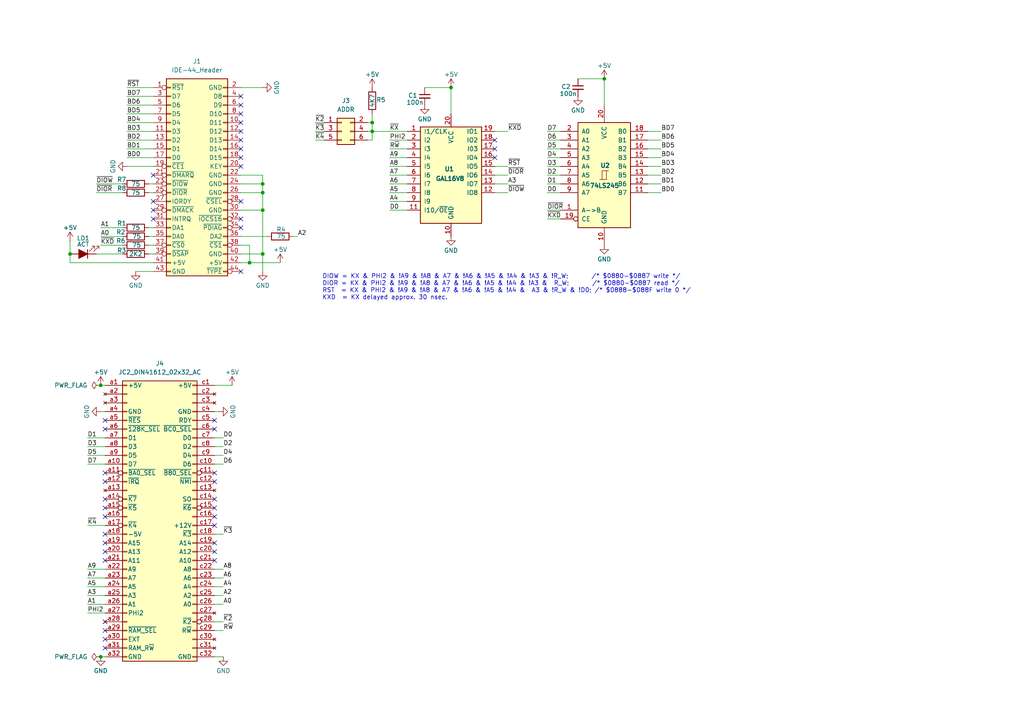
<source format=kicad_sch>
(kicad_sch (version 20231120) (generator "eeschema") (generator_version "8.0")
  (paper "A4")
  (title_block (title "Compact-Flash IDE Interface for JC2") (date "2025-02-21") (rev "01") (company "Emile"))
  (lib_symbols
    (symbol "74xx:74LS245" (pin_names (offset 1.016))
      (property "Reference" "U" (at -7.62 16.51 0))
      (property "Value" "74LS245" (at -7.62 -16.51 0))
      (symbol "74LS245_1_0"
        (polyline (pts (xy -0.635 -1.27) (xy -0.635 1.27) (xy 0.635 1.27)))
        (polyline (pts (xy -1.27 -1.27) (xy 0.635 -1.27) (xy 0.635 1.27) (xy 1.27 1.27)))
        (pin input line (at -12.7 -10.16 0) (length 5.08) (name "A->B") (number "1"))
        (pin power_in line (at 0 -20.32 90) (length 5.08) (name "GND") (number "10"))
        (pin tri_state line (at 12.7 -5.08 180) (length 5.08) (name "B7") (number "11"))
        (pin tri_state line (at 12.7 -2.54 180) (length 5.08) (name "B6") (number "12"))
        (pin tri_state line (at 12.7 0 180) (length 5.08) (name "B5") (number "13"))
        (pin tri_state line (at 12.7 2.54 180) (length 5.08) (name "B4") (number "14"))
        (pin tri_state line (at 12.7 5.08 180) (length 5.08) (name "B3") (number "15"))
        (pin tri_state line (at 12.7 7.62 180) (length 5.08) (name "B2") (number "16"))
        (pin tri_state line (at 12.7 10.16 180) (length 5.08) (name "B1") (number "17"))
        (pin tri_state line (at 12.7 12.7 180) (length 5.08) (name "B0") (number "18"))
        (pin input inverted (at -12.7 -12.7 0) (length 5.08) (name "CE") (number "19"))
        (pin tri_state line (at -12.7 12.7 0) (length 5.08) (name "A0") (number "2"))
        (pin power_in line (at 0 20.32 270) (length 5.08) (name "VCC") (number "20"))
        (pin tri_state line (at -12.7 10.16 0) (length 5.08) (name "A1") (number "3"))
        (pin tri_state line (at -12.7 7.62 0) (length 5.08) (name "A2") (number "4"))
        (pin tri_state line (at -12.7 5.08 0) (length 5.08) (name "A3") (number "5"))
        (pin tri_state line (at -12.7 2.54 0) (length 5.08) (name "A4") (number "6"))
        (pin tri_state line (at -12.7 0 0) (length 5.08) (name "A5") (number "7"))
        (pin tri_state line (at -12.7 -2.54 0) (length 5.08) (name "A6") (number "8"))
        (pin tri_state line (at -12.7 -5.08 0) (length 5.08) (name "A7") (number "9"))
      )
      (symbol "74LS245_1_1"
        (rectangle (start -7.62 15.24) (end 7.62 -15.24) (stroke (width 0.254)) (fill (type background)))
      )
    )
    (symbol "Connector_Generic:Conn_02x03_Odd_Even" (pin_names (offset 1.016) hide)
      (property "Reference" "J" (at 1.27 5.08 0))
      (property "Value" "Conn_02x03_Odd_Even" (at 1.27 -5.08 0))
      (symbol "Conn_02x03_Odd_Even_1_1"
        (rectangle (start -1.27 -2.413) (end 0 -2.667) (stroke (width 0.1524)))
        (rectangle (start -1.27 0.127) (end 0 -0.127) (stroke (width 0.1524)))
        (rectangle (start -1.27 2.667) (end 0 2.413) (stroke (width 0.1524)))
        (rectangle (start -1.27 3.81) (end 3.81 -3.81) (stroke (width 0.254)) (fill (type background)))
        (rectangle (start 3.81 -2.413) (end 2.54 -2.667) (stroke (width 0.1524)))
        (rectangle (start 3.81 0.127) (end 2.54 -0.127) (stroke (width 0.1524)))
        (rectangle (start 3.81 2.667) (end 2.54 2.413) (stroke (width 0.1524)))
        (pin passive line (at -5.08 2.54 0) (length 3.81) (name "Pin_1") (number "1"))
        (pin passive line (at 7.62 2.54 180) (length 3.81) (name "Pin_2") (number "2"))
        (pin passive line (at -5.08 0 0) (length 3.81) (name "Pin_3") (number "3"))
        (pin passive line (at 7.62 0 180) (length 3.81) (name "Pin_4") (number "4"))
        (pin passive line (at -5.08 -2.54 0) (length 3.81) (name "Pin_5") (number "5"))
        (pin passive line (at 7.62 -2.54 180) (length 3.81) (name "Pin_6") (number "6"))
      )
    )
    (symbol "Device:C_Small" (pin_numbers hide) (pin_names (offset 0.254) hide)
      (property "Reference" "C" (at 0.254 1.778 0))
      (property "Value" "C_Small" (at 0.254 -2.032 0))
      (symbol "C_Small_0_1"
        (polyline (pts (xy -1.524 -0.508) (xy 1.524 -0.508)) (stroke (width 0.3302)))
        (polyline (pts (xy -1.524 0.508) (xy 1.524 0.508)) (stroke (width 0.3048)))
      )
      (symbol "C_Small_1_1"
        (pin passive line (at 0 2.54 270) (length 2.032) (name "~") (number "1"))
        (pin passive line (at 0 -2.54 90) (length 2.032) (name "~") (number "2"))
      )
    )
    (symbol "Device:LED_Filled" (pin_numbers hide) (pin_names (offset 1.016) hide)
      (property "Reference" "D" (at 0 2.54 0))
      (property "Value" "LED_Filled" (at 0 -2.54 0))
      (symbol "LED_Filled_0_1"
        (polyline (pts (xy -1.27 -1.27) (xy -1.27 1.27)) (stroke (width 0.254)))
        (polyline (pts (xy -1.27 0) (xy 1.27 0)))
        (polyline (pts (xy 1.27 -1.27) (xy 1.27 1.27) (xy -1.27 0) (xy 1.27 -1.27)) (stroke (width 0.254)) (fill (type outline)))
        (polyline (pts (xy -3.048 -0.762) (xy -4.572 -2.286) (xy -3.81 -2.286) (xy -4.572 -2.286) (xy -4.572 -1.524)))
        (polyline (pts (xy -1.778 -0.762) (xy -3.302 -2.286) (xy -2.54 -2.286) (xy -3.302 -2.286) (xy -3.302 -1.524)))
      )
      (symbol "LED_Filled_1_1"
        (pin passive line (at -3.81 0 0) (length 2.54) (name "K") (number "1"))
        (pin passive line (at 3.81 0 180) (length 2.54) (name "A") (number "2"))
      )
    )
    (symbol "Device:R" (pin_numbers hide) (pin_names (offset 0))
      (property "Reference" "R" (at 2.032 0 90))
      (property "Value" "R" (at 0 0 90))
      (symbol "R_0_1"
        (rectangle (start -1.016 -2.54) (end 1.016 2.54) (stroke (width 0.254)))
      )
      (symbol "R_1_1"
        (pin passive line (at 0 3.81 270) (length 1.27) (name "~") (number "1"))
        (pin passive line (at 0 -3.81 90) (length 1.27) (name "~") (number "2"))
      )
    )
    (symbol "Emile_Custom:IDE-44_Header" (pin_names (offset 1.524))
      (property "Reference" "J" (at -0.762 31.75 0))
      (property "Value" "IDE-44_Header" (at 0.254 -27.94 0))
      (symbol "IDE-44_Header_1_1"
        (rectangle (start -8.89 -25.273) (end -7.62 -25.527) (stroke (width 0.1524)))
        (rectangle (start -8.89 -22.733) (end -7.62 -22.987) (stroke (width 0.1524)))
        (rectangle (start -8.89 -20.193) (end -7.62 -20.447) (stroke (width 0.1524)))
        (rectangle (start -8.89 -17.653) (end -7.62 -17.907) (stroke (width 0.1524)))
        (rectangle (start -8.89 -15.113) (end -7.62 -15.367) (stroke (width 0.1524)))
        (rectangle (start -8.89 -12.573) (end -7.62 -12.827) (stroke (width 0.1524)))
        (rectangle (start -8.89 -10.033) (end -7.62 -10.287) (stroke (width 0.1524)))
        (rectangle (start -8.89 -7.493) (end -7.62 -7.747) (stroke (width 0.1524)))
        (rectangle (start -8.89 -4.953) (end -7.62 -5.207) (stroke (width 0.1524)))
        (rectangle (start -8.89 -2.413) (end -7.62 -2.667) (stroke (width 0.1524)))
        (rectangle (start -8.89 0.127) (end -7.62 -0.127) (stroke (width 0.1524)))
        (rectangle (start -8.89 2.667) (end -7.62 2.413) (stroke (width 0.1524)))
        (rectangle (start -8.89 5.207) (end -7.62 4.953) (stroke (width 0.1524)))
        (rectangle (start -8.89 7.747) (end -7.62 7.493) (stroke (width 0.1524)))
        (rectangle (start -8.89 10.287) (end -7.62 10.033) (stroke (width 0.1524)))
        (rectangle (start -8.89 12.827) (end -7.62 12.573) (stroke (width 0.1524)))
        (rectangle (start -8.89 15.367) (end -7.62 15.113) (stroke (width 0.1524)))
        (rectangle (start -8.89 17.907) (end -7.62 17.653) (stroke (width 0.1524)))
        (rectangle (start -8.89 20.447) (end -7.62 20.193) (stroke (width 0.1524)))
        (rectangle (start -8.89 22.987) (end -7.62 22.733) (stroke (width 0.1524)))
        (rectangle (start -8.89 25.527) (end -7.62 25.273) (stroke (width 0.1524)))
        (rectangle (start -8.89 28.067) (end -7.62 27.813) (stroke (width 0.1524)))
        (rectangle (start -8.89 30.48) (end 8.89 -26.67) (stroke (width 0.254)) (fill (type background)))
        (rectangle (start 8.89 -25.273) (end 7.62 -25.527) (stroke (width 0.1524)))
        (rectangle (start 8.89 -22.733) (end 7.62 -22.987) (stroke (width 0.1524)))
        (rectangle (start 8.89 -20.193) (end 7.62 -20.447) (stroke (width 0.1524)))
        (rectangle (start 8.89 -17.653) (end 7.62 -17.907) (stroke (width 0.1524)))
        (rectangle (start 8.89 -15.113) (end 7.62 -15.367) (stroke (width 0.1524)))
        (rectangle (start 8.89 -12.573) (end 7.62 -12.827) (stroke (width 0.1524)))
        (rectangle (start 8.89 -10.033) (end 7.62 -10.287) (stroke (width 0.1524)))
        (rectangle (start 8.89 -7.493) (end 7.62 -7.747) (stroke (width 0.1524)))
        (rectangle (start 8.89 -4.953) (end 7.62 -5.207) (stroke (width 0.1524)))
        (rectangle (start 8.89 -2.413) (end 7.62 -2.667) (stroke (width 0.1524)))
        (rectangle (start 8.89 0.127) (end 7.62 -0.127) (stroke (width 0.1524)))
        (rectangle (start 8.89 2.667) (end 7.62 2.413) (stroke (width 0.1524)))
        (rectangle (start 8.89 5.207) (end 7.62 4.953) (stroke (width 0.1524)))
        (rectangle (start 8.89 7.747) (end 7.62 7.493) (stroke (width 0.1524)))
        (rectangle (start 8.89 10.287) (end 7.62 10.033) (stroke (width 0.1524)))
        (rectangle (start 8.89 12.827) (end 7.62 12.573) (stroke (width 0.1524)))
        (rectangle (start 8.89 15.367) (end 7.62 15.113) (stroke (width 0.1524)))
        (rectangle (start 8.89 17.907) (end 7.62 17.653) (stroke (width 0.1524)))
        (rectangle (start 8.89 20.447) (end 7.62 20.193) (stroke (width 0.1524)))
        (rectangle (start 8.89 22.987) (end 7.62 22.733) (stroke (width 0.1524)))
        (rectangle (start 8.89 25.527) (end 7.62 25.273) (stroke (width 0.1524)))
        (rectangle (start 8.89 28.067) (end 7.62 27.813) (stroke (width 0.1524)))
        (pin passive inverted (at -12.7 27.94 0) (length 3.81) (name "~{RST}") (number "1"))
        (pin passive line (at 12.7 17.78 180) (length 3.81) (name "D11") (number "10"))
        (pin passive line (at -12.7 15.24 0) (length 3.81) (name "D3") (number "11"))
        (pin passive line (at 12.7 15.24 180) (length 3.81) (name "D12") (number "12"))
        (pin passive line (at -12.7 12.7 0) (length 3.81) (name "D2") (number "13"))
        (pin passive line (at 12.7 12.7 180) (length 3.81) (name "D13") (number "14"))
        (pin passive line (at -12.7 10.16 0) (length 3.81) (name "D1") (number "15"))
        (pin passive line (at 12.7 10.16 180) (length 3.81) (name "D14") (number "16"))
        (pin passive line (at -12.7 7.62 0) (length 3.81) (name "D0") (number "17"))
        (pin passive line (at 12.7 7.62 180) (length 3.81) (name "D15") (number "18"))
        (pin passive inverted (at -12.7 5.08 0) (length 3.81) (name "~{CE1}") (number "19"))
        (pin passive line (at 12.7 27.94 180) (length 3.81) (name "GND") (number "2"))
        (pin passive line (at 12.7 5.08 180) (length 3.81) (name "KEY") (number "20"))
        (pin passive inverted (at -12.7 2.54 0) (length 3.81) (name "~{DMARQ}") (number "21"))
        (pin passive line (at 12.7 2.54 180) (length 3.81) (name "GND") (number "22"))
        (pin passive inverted (at -12.7 0 0) (length 3.81) (name "~{DIOW}") (number "23"))
        (pin passive line (at 12.7 0 180) (length 3.81) (name "GND") (number "24"))
        (pin passive inverted (at -12.7 -2.54 0) (length 3.81) (name "~{DIOR}") (number "25"))
        (pin passive line (at 12.7 -2.54 180) (length 3.81) (name "GND") (number "26"))
        (pin passive line (at -12.7 -5.08 0) (length 3.81) (name "IORDY") (number "27"))
        (pin passive inverted (at 12.7 -5.08 180) (length 3.81) (name "~{CSEL}") (number "28"))
        (pin passive inverted (at -12.7 -7.62 0) (length 3.81) (name "~{DMACK}") (number "29"))
        (pin passive line (at -12.7 25.4 0) (length 3.81) (name "D7") (number "3"))
        (pin passive line (at 12.7 -7.62 180) (length 3.81) (name "GND") (number "30"))
        (pin passive line (at -12.7 -10.16 0) (length 3.81) (name "INTRQ") (number "31"))
        (pin passive inverted (at 12.7 -10.16 180) (length 3.81) (name "~{IOCS16}") (number "32"))
        (pin passive line (at -12.7 -12.7 0) (length 3.81) (name "DA1") (number "33"))
        (pin passive inverted (at 12.7 -12.7 180) (length 3.81) (name "~{PDIAG}") (number "34"))
        (pin passive line (at -12.7 -15.24 0) (length 3.81) (name "DA0") (number "35"))
        (pin passive line (at 12.7 -15.24 180) (length 3.81) (name "DA2") (number "36"))
        (pin passive inverted (at -12.7 -17.78 0) (length 3.81) (name "~{CS0}") (number "37"))
        (pin passive inverted (at 12.7 -17.78 180) (length 3.81) (name "~{CS1}") (number "38"))
        (pin passive inverted (at -12.7 -20.32 0) (length 3.81) (name "~{DSAP}") (number "39"))
        (pin passive line (at 12.7 25.4 180) (length 3.81) (name "D8") (number "4"))
        (pin passive line (at 12.7 -20.32 180) (length 3.81) (name "GND") (number "40"))
        (pin passive line (at -12.7 -22.86 0) (length 3.81) (name "+5V") (number "41"))
        (pin passive line (at 12.7 -22.86 180) (length 3.81) (name "+5V") (number "42"))
        (pin passive line (at -12.7 -25.4 0) (length 3.81) (name "GND") (number "43"))
        (pin passive inverted (at 12.7 -25.4 180) (length 3.81) (name "~{TYPE}") (number "44"))
        (pin passive line (at -12.7 22.86 0) (length 3.81) (name "D6") (number "5"))
        (pin passive line (at 12.7 22.86 180) (length 3.81) (name "D9") (number "6"))
        (pin passive line (at -12.7 20.32 0) (length 3.81) (name "D5") (number "7"))
        (pin passive line (at 12.7 20.32 180) (length 3.81) (name "D10") (number "8"))
        (pin passive line (at -12.7 17.78 0) (length 3.81) (name "D4") (number "9"))
      )
    )
    (symbol "Emile_Custom:JC2_DIN41612_02x32_AC" (pin_names (offset 1.524))
      (property "Reference" "J" (at 7.62 41.91 0))
      (property "Value" "JC2_DIN41612_02x32_AC" (at -0.508 -42.672 0))
      (symbol "JC2_DIN41612_02x32_AC_1_1"
        (rectangle (start -11.43 -39.243) (end -10.16 -39.497) (stroke (width 0.1524)))
        (rectangle (start -11.43 -36.703) (end -10.16 -36.957) (stroke (width 0.1524)))
        (rectangle (start -11.43 -34.163) (end -10.16 -34.417) (stroke (width 0.1524)))
        (rectangle (start -11.43 -31.623) (end -10.16 -31.877) (stroke (width 0.1524)))
        (rectangle (start -11.43 -29.083) (end -10.16 -29.337) (stroke (width 0.1524)))
        (rectangle (start -11.43 -26.543) (end -10.16 -26.797) (stroke (width 0.1524)))
        (rectangle (start -11.43 -24.003) (end -10.16 -24.257) (stroke (width 0.1524)))
        (rectangle (start -11.43 -21.463) (end -10.16 -21.717) (stroke (width 0.1524)))
        (rectangle (start -11.43 -18.923) (end -10.16 -19.177) (stroke (width 0.1524)))
        (rectangle (start -11.43 -16.383) (end -10.16 -16.637) (stroke (width 0.1524)))
        (rectangle (start -11.43 -13.843) (end -10.16 -14.097) (stroke (width 0.1524)))
        (rectangle (start -11.43 -11.303) (end -10.16 -11.557) (stroke (width 0.1524)))
        (rectangle (start -11.43 -8.763) (end -10.16 -9.017) (stroke (width 0.1524)))
        (rectangle (start -11.43 -6.223) (end -10.16 -6.477) (stroke (width 0.1524)))
        (rectangle (start -11.43 -3.683) (end -10.16 -3.937) (stroke (width 0.1524)))
        (rectangle (start -11.43 -1.143) (end -10.16 -1.397) (stroke (width 0.1524)))
        (rectangle (start -11.43 1.397) (end -10.16 1.143) (stroke (width 0.1524)))
        (rectangle (start -11.43 3.937) (end -10.16 3.683) (stroke (width 0.1524)))
        (rectangle (start -11.43 6.477) (end -10.16 6.223) (stroke (width 0.1524)))
        (rectangle (start -11.43 9.017) (end -10.16 8.763) (stroke (width 0.1524)))
        (rectangle (start -11.43 11.557) (end -10.16 11.303) (stroke (width 0.1524)))
        (rectangle (start -11.43 14.097) (end -10.16 13.843) (stroke (width 0.1524)))
        (rectangle (start -11.43 16.637) (end -10.16 16.383) (stroke (width 0.1524)))
        (rectangle (start -11.43 19.177) (end -10.16 18.923) (stroke (width 0.1524)))
        (rectangle (start -11.43 21.717) (end -10.16 21.463) (stroke (width 0.1524)))
        (rectangle (start -11.43 24.257) (end -10.16 24.003) (stroke (width 0.1524)))
        (rectangle (start -11.43 26.797) (end -10.16 26.543) (stroke (width 0.1524)))
        (rectangle (start -11.43 29.337) (end -10.16 29.083) (stroke (width 0.1524)))
        (rectangle (start -11.43 31.877) (end -10.16 31.623) (stroke (width 0.1524)))
        (rectangle (start -11.43 34.417) (end -10.16 34.163) (stroke (width 0.1524)))
        (rectangle (start -11.43 36.957) (end -10.16 36.703) (stroke (width 0.1524)))
        (rectangle (start -11.43 39.497) (end -10.16 39.243) (stroke (width 0.1524)))
        (rectangle (start -11.43 40.64) (end 10.16 -40.64) (stroke (width 0.254)) (fill (type background)))
        (rectangle (start 8.89 26.797) (end 10.16 26.543) (stroke (width 0.1524)))
        (rectangle (start 10.16 -39.243) (end 8.89 -39.497) (stroke (width 0.1524)))
        (rectangle (start 10.16 -36.703) (end 8.89 -36.957) (stroke (width 0.1524)))
        (rectangle (start 10.16 -34.163) (end 8.89 -34.417) (stroke (width 0.1524)))
        (rectangle (start 10.16 -31.623) (end 8.89 -31.877) (stroke (width 0.1524)))
        (rectangle (start 10.16 -29.083) (end 8.89 -29.337) (stroke (width 0.1524)))
        (rectangle (start 10.16 -26.543) (end 8.89 -26.797) (stroke (width 0.1524)))
        (rectangle (start 10.16 -24.003) (end 8.89 -24.257) (stroke (width 0.1524)))
        (rectangle (start 10.16 -21.463) (end 8.89 -21.717) (stroke (width 0.1524)))
        (rectangle (start 10.16 -18.923) (end 8.89 -19.177) (stroke (width 0.1524)))
        (rectangle (start 10.16 -16.383) (end 8.89 -16.637) (stroke (width 0.1524)))
        (rectangle (start 10.16 -13.843) (end 8.89 -14.097) (stroke (width 0.1524)))
        (rectangle (start 10.16 -11.303) (end 8.89 -11.557) (stroke (width 0.1524)))
        (rectangle (start 10.16 -8.763) (end 8.89 -9.017) (stroke (width 0.1524)))
        (rectangle (start 10.16 -6.223) (end 8.89 -6.477) (stroke (width 0.1524)))
        (rectangle (start 10.16 -3.683) (end 8.89 -3.937) (stroke (width 0.1524)))
        (rectangle (start 10.16 -1.143) (end 8.89 -1.397) (stroke (width 0.1524)))
        (rectangle (start 10.16 1.397) (end 8.89 1.143) (stroke (width 0.1524)))
        (rectangle (start 10.16 3.937) (end 8.89 3.683) (stroke (width 0.1524)))
        (rectangle (start 10.16 6.477) (end 8.89 6.223) (stroke (width 0.1524)))
        (rectangle (start 10.16 9.017) (end 8.89 8.763) (stroke (width 0.1524)))
        (rectangle (start 10.16 11.557) (end 8.89 11.303) (stroke (width 0.1524)))
        (rectangle (start 10.16 14.097) (end 8.89 13.843) (stroke (width 0.1524)))
        (rectangle (start 10.16 16.637) (end 8.89 16.383) (stroke (width 0.1524)))
        (rectangle (start 10.16 19.177) (end 8.89 18.923) (stroke (width 0.1524)))
        (rectangle (start 10.16 21.717) (end 8.89 21.463) (stroke (width 0.1524)))
        (rectangle (start 10.16 24.257) (end 8.89 24.003) (stroke (width 0.1524)))
        (rectangle (start 10.16 29.337) (end 8.89 29.083) (stroke (width 0.1524)))
        (rectangle (start 10.16 31.877) (end 8.89 31.623) (stroke (width 0.1524)))
        (rectangle (start 10.16 34.417) (end 8.89 34.163) (stroke (width 0.1524)))
        (rectangle (start 10.16 36.957) (end 8.89 36.703) (stroke (width 0.1524)))
        (rectangle (start 10.16 39.497) (end 8.89 39.243) (stroke (width 0.1524)))
        (pin passive line (at -16.51 39.37 0) (length 5.08) (name "+5V") (number "a1"))
        (pin passive line (at -16.51 16.51 0) (length 5.08) (name "D7") (number "a10"))
        (pin passive inverted (at -16.51 13.97 0) (length 5.08) (name "~{BA0_SEL}") (number "a11"))
        (pin passive line (at -16.51 11.43 0) (length 5.08) (name "~{IRQ}") (number "a12"))
        (pin no_connect line (at -16.51 8.89 0) (length 5.08) (name "") (number "a13"))
        (pin passive inverted (at -16.51 6.35 0) (length 5.08) (name "~{K7}") (number "a14"))
        (pin passive inverted (at -16.51 3.81 0) (length 5.08) (name "~{K5}") (number "a15"))
        (pin passive line (at -16.51 1.27 0) (length 5.08) (name "") (number "a16"))
        (pin passive inverted (at -16.51 -1.27 0) (length 5.08) (name "~{K4}") (number "a17"))
        (pin passive line (at -16.51 -3.81 0) (length 5.08) (name "-5V") (number "a18"))
        (pin passive line (at -16.51 -6.35 0) (length 5.08) (name "A15") (number "a19"))
        (pin no_connect line (at -16.51 36.83 0) (length 5.08) (name "") (number "a2"))
        (pin passive line (at -16.51 -8.89 0) (length 5.08) (name "A13") (number "a20"))
        (pin passive line (at -16.51 -11.43 0) (length 5.08) (name "A11") (number "a21"))
        (pin passive line (at -16.51 -13.97 0) (length 5.08) (name "A9") (number "a22"))
        (pin passive line (at -16.51 -16.51 0) (length 5.08) (name "A7") (number "a23"))
        (pin passive line (at -16.51 -19.05 0) (length 5.08) (name "A5") (number "a24"))
        (pin passive line (at -16.51 -21.59 0) (length 5.08) (name "A3") (number "a25"))
        (pin passive line (at -16.51 -24.13 0) (length 5.08) (name "A1") (number "a26"))
        (pin passive line (at -16.51 -26.67 0) (length 5.08) (name "PHI2") (number "a27"))
        (pin no_connect line (at -16.51 -29.21 0) (length 5.08) (name "") (number "a28"))
        (pin passive line (at -16.51 -31.75 0) (length 5.08) (name "~{RAM_SEL}") (number "a29"))
        (pin no_connect line (at -16.51 34.29 0) (length 5.08) (name "") (number "a3"))
        (pin passive line (at -16.51 -34.29 0) (length 5.08) (name "EXT") (number "a30"))
        (pin passive line (at -16.51 -36.83 0) (length 5.08) (name "RAM_R~{W}") (number "a31"))
        (pin passive line (at -16.51 -39.37 0) (length 5.08) (name "GND") (number "a32"))
        (pin passive line (at -16.51 31.75 0) (length 5.08) (name "GND") (number "a4"))
        (pin passive line (at -16.51 29.21 0) (length 5.08) (name "~{RES}") (number "a5"))
        (pin passive line (at -16.51 26.67 0) (length 5.08) (name "~{128K_SEL}") (number "a6"))
        (pin passive line (at -16.51 24.13 0) (length 5.08) (name "D1") (number "a7"))
        (pin passive line (at -16.51 21.59 0) (length 5.08) (name "D3") (number "a8"))
        (pin passive line (at -16.51 19.05 0) (length 5.08) (name "D5") (number "a9"))
        (pin passive line (at 15.24 39.37 180) (length 5.08) (name "+5V") (number "c1"))
        (pin passive line (at 15.24 16.51 180) (length 5.08) (name "D6") (number "c10"))
        (pin passive inverted (at 15.24 13.97 180) (length 5.08) (name "~{B80_SEL}") (number "c11"))
        (pin passive line (at 15.24 11.43 180) (length 5.08) (name "~{NMI}") (number "c12"))
        (pin no_connect line (at 15.24 8.89 180) (length 5.08) (name "") (number "c13"))
        (pin passive line (at 15.24 6.35 180) (length 5.08) (name "SO") (number "c14"))
        (pin passive inverted (at 15.24 3.81 180) (length 5.08) (name "~{K6}") (number "c15"))
        (pin passive line (at 15.24 1.27 180) (length 5.08) (name "") (number "c16"))
        (pin passive line (at 15.24 -1.27 180) (length 5.08) (name "+12V") (number "c17"))
        (pin passive line (at 15.24 -3.81 180) (length 5.08) (name "~{K3}") (number "c18"))
        (pin passive line (at 15.24 -6.35 180) (length 5.08) (name "A14") (number "c19"))
        (pin no_connect line (at 15.24 36.83 180) (length 5.08) (name "") (number "c2"))
        (pin passive line (at 15.24 -8.89 180) (length 5.08) (name "A12") (number "c20"))
        (pin passive line (at 15.24 -11.43 180) (length 5.08) (name "A10") (number "c21"))
        (pin passive line (at 15.24 -13.97 180) (length 5.08) (name "A8") (number "c22"))
        (pin passive line (at 15.24 -16.51 180) (length 5.08) (name "A6") (number "c23"))
        (pin passive line (at 15.24 -19.05 180) (length 5.08) (name "A4") (number "c24"))
        (pin passive line (at 15.24 -21.59 180) (length 5.08) (name "A2") (number "c25"))
        (pin passive line (at 15.24 -24.13 180) (length 5.08) (name "A0") (number "c26"))
        (pin no_connect line (at 15.24 -26.67 180) (length 5.08) (name "") (number "c27"))
        (pin passive inverted (at 15.24 -29.21 180) (length 5.08) (name "~{K2}") (number "c28"))
        (pin passive line (at 15.24 -31.75 180) (length 5.08) (name "R~{W}") (number "c29"))
        (pin no_connect line (at 15.24 34.29 180) (length 5.08) (name "") (number "c3"))
        (pin no_connect line (at 15.24 -34.29 180) (length 5.08) (name "") (number "c30"))
        (pin no_connect line (at 15.24 -36.83 180) (length 5.08) (name "") (number "c31"))
        (pin passive line (at 15.24 -39.37 180) (length 5.08) (name "GND") (number "c32"))
        (pin passive line (at 15.24 31.75 180) (length 5.08) (name "GND") (number "c4"))
        (pin passive line (at 15.24 29.21 180) (length 5.08) (name "RDY") (number "c5"))
        (pin passive line (at 15.24 26.67 180) (length 5.08) (name "~{BC0_SEL}") (number "c6"))
        (pin passive line (at 15.24 24.13 180) (length 5.08) (name "D0") (number "c7"))
        (pin passive line (at 15.24 21.59 180) (length 5.08) (name "D2") (number "c8"))
        (pin passive line (at 15.24 19.05 180) (length 5.08) (name "D4") (number "c9"))
      )
    )
    (symbol "Logic_Programmable:GAL16V8" (pin_names (offset 1.016))
      (property "Reference" "U" (at -8.89 16.51 0))
      (property "Value" "GAL16V8" (at 1.27 16.51 0))
      (symbol "GAL16V8_0_0"
        (pin power_in line (at 0 -17.78 90) (length 3.81) (name "GND") (number "10"))
        (pin power_in line (at 0 17.78 270) (length 3.81) (name "VCC") (number "20"))
      )
      (symbol "GAL16V8_0_1"
        (rectangle (start -8.89 13.97) (end 8.89 -13.97) (stroke (width 0.254)) (fill (type background)))
      )
      (symbol "GAL16V8_1_1"
        (pin input line (at -12.7 12.7 0) (length 3.81) (name "I1/CLK") (number "1"))
        (pin input line (at -12.7 -10.16 0) (length 3.81) (name "I10/~{OE}") (number "11"))
        (pin tri_state line (at 12.7 -5.08 180) (length 3.81) (name "IO8") (number "12"))
        (pin tri_state line (at 12.7 -2.54 180) (length 3.81) (name "IO7") (number "13"))
        (pin tri_state line (at 12.7 0 180) (length 3.81) (name "IO6") (number "14"))
        (pin tri_state line (at 12.7 2.54 180) (length 3.81) (name "IO5") (number "15"))
        (pin tri_state line (at 12.7 5.08 180) (length 3.81) (name "IO4") (number "16"))
        (pin tri_state line (at 12.7 7.62 180) (length 3.81) (name "I03") (number "17"))
        (pin tri_state line (at 12.7 10.16 180) (length 3.81) (name "IO2") (number "18"))
        (pin tri_state line (at 12.7 12.7 180) (length 3.81) (name "IO1") (number "19"))
        (pin input line (at -12.7 10.16 0) (length 3.81) (name "I2") (number "2"))
        (pin input line (at -12.7 7.62 0) (length 3.81) (name "I3") (number "3"))
        (pin input line (at -12.7 5.08 0) (length 3.81) (name "I4") (number "4"))
        (pin input line (at -12.7 2.54 0) (length 3.81) (name "I5") (number "5"))
        (pin input line (at -12.7 0 0) (length 3.81) (name "I6") (number "6"))
        (pin input line (at -12.7 -2.54 0) (length 3.81) (name "I7") (number "7"))
        (pin input line (at -12.7 -5.08 0) (length 3.81) (name "I8") (number "8"))
        (pin input line (at -12.7 -7.62 0) (length 3.81) (name "I9") (number "9"))
      )
    )
    (symbol "power:+5V" (power) (pin_numbers hide) (pin_names (offset 0) hide)
      (property "Value" "+5V" (at 0 3.556 0))
      (symbol "+5V_0_1"
        (polyline (pts (xy -0.762 1.27) (xy 0 2.54)))
        (polyline (pts (xy 0 0) (xy 0 2.54)))
        (polyline (pts (xy 0 2.54) (xy 0.762 1.27)))
      )
      (symbol "+5V_1_1"
        (pin power_in line (at 0 0 90) (length 0) (name "~") (number "1"))
      )
    )
    (symbol "power:GND" (power) (pin_numbers hide) (pin_names (offset 0) hide)
      (property "Value" "GND" (at 0 -3.81 0))
      (symbol "GND_0_1"
        (polyline (pts (xy 0 0) (xy 0 -1.27) (xy 1.27 -1.27) (xy 0 -2.54) (xy -1.27 -1.27) (xy 0 -1.27)))
      )
      (symbol "GND_1_1"
        (pin power_in line (at 0 0 270) (length 0) (name "~") (number "1"))
      )
    )
    (symbol "power:PWR_FLAG" (power) (pin_numbers hide) (pin_names (offset 0) hide)
      (property "Value" "PWR_FLAG" (at 0 3.81 0))
      (symbol "PWR_FLAG_0_0"
        (pin power_out line (at 0 0 90) (length 0) (name "~") (number "1"))
      )
      (symbol "PWR_FLAG_0_1"
        (polyline (pts (xy 0 0) (xy 0 1.27) (xy -1.016 1.905) (xy 0 2.54) (xy 1.016 1.905) (xy 0 1.27)))
      )
    )
  )
  (junction (at 29.21 111.76))
  (junction (at 20.32 73.66))
  (junction (at 130.81 25.4))
  (junction (at 175.26 22.86))
  (junction (at 107.95 35.56))
  (junction (at 76.2 60.96))
  (junction (at 29.21 190.5))
  (junction (at 76.2 73.66))
  (junction (at 76.2 55.88))
  (junction (at 107.95 38.1))
  (junction (at 76.2 53.34))
  (junction (at 72.39 76.2))
  (no_connect (at 62.23 160.02))
  (no_connect (at 69.85 58.42))
  (no_connect (at 44.45 50.8))
  (no_connect (at 62.23 124.46))
  (no_connect (at 30.48 157.48))
  (no_connect (at 30.48 187.96))
  (no_connect (at 62.23 157.48))
  (no_connect (at 62.23 139.7))
  (no_connect (at 30.48 149.86))
  (no_connect (at 69.85 43.18))
  (no_connect (at 69.85 78.74))
  (no_connect (at 69.85 45.72))
  (no_connect (at 69.85 40.64))
  (no_connect (at 69.85 38.1))
  (no_connect (at 30.48 160.02))
  (no_connect (at 30.48 180.34))
  (no_connect (at 30.48 185.42))
  (no_connect (at 30.48 144.78))
  (no_connect (at 30.48 154.94))
  (no_connect (at 44.45 60.96))
  (no_connect (at 30.48 124.46))
  (no_connect (at 143.51 43.18))
  (no_connect (at 69.85 66.04))
  (no_connect (at 30.48 162.56))
  (no_connect (at 69.85 27.94))
  (no_connect (at 69.85 33.02))
  (no_connect (at 62.23 152.4))
  (no_connect (at 30.48 147.32))
  (no_connect (at 30.48 182.88))
  (no_connect (at 62.23 162.56))
  (no_connect (at 69.85 30.48))
  (no_connect (at 69.85 35.56))
  (no_connect (at 30.48 139.7))
  (no_connect (at 44.45 63.5))
  (no_connect (at 69.85 48.26))
  (no_connect (at 30.48 121.92))
  (no_connect (at 69.85 63.5))
  (no_connect (at 62.23 137.16))
  (no_connect (at 62.23 144.78))
  (no_connect (at 143.51 45.72))
  (no_connect (at 44.45 58.42))
  (no_connect (at 62.23 147.32))
  (no_connect (at 143.51 40.64))
  (no_connect (at 62.23 149.86))
  (no_connect (at 30.48 137.16))
  (no_connect (at 62.23 121.92))
  (wire (pts (xy 158.75 38.1) (xy 162.56 38.1)))
  (wire (pts (xy 158.75 40.64) (xy 162.56 40.64)))
  (wire (pts (xy 36.83 35.56) (xy 44.45 35.56)))
  (wire (pts (xy 91.44 38.1) (xy 93.98 38.1)))
  (wire (pts (xy 143.51 50.8) (xy 147.32 50.8)))
  (wire (pts (xy 36.83 43.18) (xy 44.45 43.18)))
  (wire (pts (xy 187.96 38.1) (xy 191.77 38.1)))
  (wire (pts (xy 25.4 165.1) (xy 30.48 165.1)))
  (wire (pts (xy 187.96 40.64) (xy 191.77 40.64)))
  (wire (pts (xy 91.44 40.64) (xy 93.98 40.64)))
  (wire (pts (xy 27.94 73.66) (xy 35.56 73.66)))
  (wire (pts (xy 158.75 45.72) (xy 162.56 45.72)))
  (wire (pts (xy 29.21 190.5) (xy 30.48 190.5)))
  (wire (pts (xy 158.75 63.5) (xy 162.56 63.5)))
  (wire (pts (xy 25.4 127) (xy 30.48 127)))
  (wire (pts (xy 62.23 129.54) (xy 64.77 129.54)))
  (wire (pts (xy 187.96 48.26) (xy 191.77 48.26)))
  (wire (pts (xy 69.85 25.4) (xy 76.2 25.4)))
  (wire (pts (xy 106.68 38.1) (xy 107.95 38.1)))
  (wire (pts (xy 187.96 55.88) (xy 191.77 55.88)))
  (wire (pts (xy 76.2 50.8) (xy 76.2 53.34)))
  (wire (pts (xy 76.2 53.34) (xy 76.2 55.88)))
  (wire (pts (xy 187.96 43.18) (xy 191.77 43.18)))
  (wire (pts (xy 107.95 35.56) (xy 107.95 38.1)))
  (wire (pts (xy 76.2 60.96) (xy 76.2 73.66)))
  (wire (pts (xy 62.23 190.5) (xy 64.77 190.5)))
  (wire (pts (xy 62.23 111.76) (xy 67.31 111.76)))
  (wire (pts (xy 62.23 172.72) (xy 64.77 172.72)))
  (wire (pts (xy 62.23 180.34) (xy 64.77 180.34)))
  (wire (pts (xy 113.03 60.96) (xy 118.11 60.96)))
  (wire (pts (xy 107.95 38.1) (xy 107.95 40.64)))
  (wire (pts (xy 85.09 68.58) (xy 86.36 68.58)))
  (wire (pts (xy 143.51 38.1) (xy 147.32 38.1)))
  (wire (pts (xy 175.26 22.86) (xy 175.26 30.48)))
  (wire (pts (xy 25.4 172.72) (xy 30.48 172.72)))
  (wire (pts (xy 91.44 35.56) (xy 93.98 35.56)))
  (wire (pts (xy 62.23 175.26) (xy 64.77 175.26)))
  (wire (pts (xy 113.03 50.8) (xy 118.11 50.8)))
  (wire (pts (xy 43.18 68.58) (xy 44.45 68.58)))
  (wire (pts (xy 29.21 68.58) (xy 35.56 68.58)))
  (wire (pts (xy 187.96 45.72) (xy 191.77 45.72)))
  (wire (pts (xy 25.4 170.18) (xy 30.48 170.18)))
  (wire (pts (xy 36.83 38.1) (xy 44.45 38.1)))
  (wire (pts (xy 113.03 43.18) (xy 118.11 43.18)))
  (wire (pts (xy 143.51 48.26) (xy 147.32 48.26)))
  (wire (pts (xy 43.18 55.88) (xy 44.45 55.88)))
  (wire (pts (xy 69.85 76.2) (xy 72.39 76.2)))
  (wire (pts (xy 143.51 55.88) (xy 147.32 55.88)))
  (wire (pts (xy 62.23 154.94) (xy 64.77 154.94)))
  (wire (pts (xy 29.21 111.76) (xy 30.48 111.76)))
  (wire (pts (xy 187.96 50.8) (xy 191.77 50.8)))
  (wire (pts (xy 113.03 58.42) (xy 118.11 58.42)))
  (wire (pts (xy 107.95 33.02) (xy 107.95 35.56)))
  (wire (pts (xy 36.83 33.02) (xy 44.45 33.02)))
  (wire (pts (xy 29.21 66.04) (xy 35.56 66.04)))
  (wire (pts (xy 69.85 71.12) (xy 72.39 71.12)))
  (wire (pts (xy 29.21 119.38) (xy 30.48 119.38)))
  (wire (pts (xy 25.4 175.26) (xy 30.48 175.26)))
  (wire (pts (xy 25.4 167.64) (xy 30.48 167.64)))
  (wire (pts (xy 72.39 76.2) (xy 81.28 76.2)))
  (wire (pts (xy 43.18 73.66) (xy 44.45 73.66)))
  (wire (pts (xy 39.37 78.74) (xy 44.45 78.74)))
  (wire (pts (xy 107.95 38.1) (xy 118.11 38.1)))
  (wire (pts (xy 113.03 48.26) (xy 118.11 48.26)))
  (wire (pts (xy 69.85 55.88) (xy 76.2 55.88)))
  (wire (pts (xy 20.32 76.2) (xy 20.32 73.66)))
  (wire (pts (xy 43.18 53.34) (xy 44.45 53.34)))
  (wire (pts (xy 25.4 177.8) (xy 30.48 177.8)))
  (wire (pts (xy 76.2 73.66) (xy 76.2 78.74)))
  (wire (pts (xy 158.75 50.8) (xy 162.56 50.8)))
  (wire (pts (xy 158.75 48.26) (xy 162.56 48.26)))
  (wire (pts (xy 69.85 68.58) (xy 77.47 68.58)))
  (wire (pts (xy 36.83 27.94) (xy 44.45 27.94)))
  (wire (pts (xy 76.2 55.88) (xy 76.2 60.96)))
  (wire (pts (xy 130.81 25.4) (xy 130.81 33.02)))
  (wire (pts (xy 106.68 35.56) (xy 107.95 35.56)))
  (wire (pts (xy 143.51 53.34) (xy 147.32 53.34)))
  (wire (pts (xy 36.83 48.26) (xy 44.45 48.26)))
  (wire (pts (xy 187.96 53.34) (xy 191.77 53.34)))
  (wire (pts (xy 62.23 127) (xy 64.77 127)))
  (wire (pts (xy 113.03 55.88) (xy 118.11 55.88)))
  (wire (pts (xy 62.23 170.18) (xy 64.77 170.18)))
  (wire (pts (xy 43.18 66.04) (xy 44.45 66.04)))
  (wire (pts (xy 62.23 119.38) (xy 63.5 119.38)))
  (wire (pts (xy 158.75 53.34) (xy 162.56 53.34)))
  (wire (pts (xy 158.75 55.88) (xy 162.56 55.88)))
  (wire (pts (xy 43.18 71.12) (xy 44.45 71.12)))
  (wire (pts (xy 20.32 73.66) (xy 20.32 69.85)))
  (wire (pts (xy 25.4 134.62) (xy 30.48 134.62)))
  (wire (pts (xy 62.23 165.1) (xy 64.77 165.1)))
  (wire (pts (xy 25.4 132.08) (xy 30.48 132.08)))
  (wire (pts (xy 158.75 43.18) (xy 162.56 43.18)))
  (wire (pts (xy 62.23 132.08) (xy 64.77 132.08)))
  (wire (pts (xy 29.21 71.12) (xy 35.56 71.12)))
  (wire (pts (xy 36.83 25.4) (xy 44.45 25.4)))
  (wire (pts (xy 113.03 40.64) (xy 118.11 40.64)))
  (wire (pts (xy 27.94 55.88) (xy 35.56 55.88)))
  (wire (pts (xy 20.32 76.2) (xy 44.45 76.2)))
  (wire (pts (xy 27.94 53.34) (xy 35.56 53.34)))
  (wire (pts (xy 123.19 25.4) (xy 130.81 25.4)))
  (wire (pts (xy 36.83 30.48) (xy 44.45 30.48)))
  (wire (pts (xy 69.85 60.96) (xy 76.2 60.96)))
  (wire (pts (xy 167.64 22.86) (xy 175.26 22.86)))
  (wire (pts (xy 69.85 50.8) (xy 76.2 50.8)))
  (wire (pts (xy 158.75 60.96) (xy 162.56 60.96)))
  (wire (pts (xy 113.03 53.34) (xy 118.11 53.34)))
  (wire (pts (xy 113.03 45.72) (xy 118.11 45.72)))
  (wire (pts (xy 69.85 73.66) (xy 76.2 73.66)))
  (wire (pts (xy 36.83 45.72) (xy 44.45 45.72)))
  (wire (pts (xy 36.83 40.64) (xy 44.45 40.64)))
  (wire (pts (xy 62.23 134.62) (xy 64.77 134.62)))
  (wire (pts (xy 25.4 129.54) (xy 30.48 129.54)))
  (wire (pts (xy 62.23 182.88) (xy 64.77 182.88)))
  (wire (pts (xy 69.85 53.34) (xy 76.2 53.34)))
  (wire (pts (xy 72.39 71.12) (xy 72.39 76.2)))
  (wire (pts (xy 25.4 152.4) (xy 30.48 152.4)))
  (wire (pts (xy 62.23 167.64) (xy 64.77 167.64)))
  (wire (pts (xy 106.68 40.64) (xy 107.95 40.64)))
  (text "DIOW = KX & PHI2 & !A9 & !A8 & A7 & !A6 & !A5 & !A4 & !A3 & !R_W;       /* $0880-$0887 write */\nDIOR = KX & PHI2 & !A9 & !A8 & A7 & !A6 & !A5 & !A4 & !A3 &  R_W;       /* $0880-$0887 read */\nRST  = KX & PHI2 & !A9 & !A8 & A7 & !A6 & !A5 & !A4 &  A3 & !R_W & !D0; /* $0888-$088F write 0 */\nKXD  = KX delayed approx. 30 nsec." (at 93.472 83.312 0) (effects (font (size 1.27 1.27)) (justify left)))
  (label "D6" (at 64.77 134.62 0))
  (label "BD3" (at 191.77 48.26 0))
  (label "BD2" (at 191.77 50.8 0))
  (label "A6" (at 113.03 53.34 0))
  (label "BD6" (at 191.77 40.64 0))
  (label "D1" (at 25.4 127 0))
  (label "A5" (at 113.03 55.88 0))
  (label "A8" (at 64.77 165.1 0))
  (label "BD4" (at 191.77 45.72 0))
  (label "D5" (at 25.4 132.08 0))
  (label "A0" (at 64.77 175.26 0))
  (label "BD2" (at 36.83 40.64 0))
  (label "~{DIOR}" (at 27.94 55.88 0))
  (label "BD5" (at 36.83 33.02 0))
  (label "D4" (at 158.75 45.72 0))
  (label "BD1" (at 36.83 43.18 0))
  (label "BD3" (at 36.83 38.1 0))
  (label "PHI2" (at 25.4 177.8 0))
  (label "D7" (at 25.4 134.62 0))
  (label "BD6" (at 36.83 30.48 0))
  (label "~{KX}" (at 113.03 38.1 0))
  (label "D0" (at 158.75 55.88 0))
  (label "A3" (at 25.4 172.72 0))
  (label "A9" (at 113.03 45.72 0))
  (label "D3" (at 25.4 129.54 0))
  (label "~{K2}" (at 64.77 180.34 0))
  (label "~{K4}" (at 25.4 152.4 0))
  (label "D0" (at 113.03 60.96 0))
  (label "A2" (at 86.36 68.58 0))
  (label "~{K3}" (at 91.44 38.1 0))
  (label "A8" (at 113.03 48.26 0))
  (label "~{K3}" (at 64.77 154.94 0))
  (label "R~{W}" (at 64.77 182.88 0))
  (label "D3" (at 158.75 48.26 0))
  (label "~{DIOW}" (at 147.32 55.88 0))
  (label "R~{W}" (at 113.03 43.18 0))
  (label "D7" (at 158.75 38.1 0))
  (label "PHI2" (at 113.03 40.64 0))
  (label "~{DIOW}" (at 27.94 53.34 0))
  (label "D4" (at 64.77 132.08 0))
  (label "BD7" (at 191.77 38.1 0))
  (label "BD7" (at 36.83 27.94 0))
  (label "~{DIOR}" (at 147.32 50.8 0))
  (label "D6" (at 158.75 40.64 0))
  (label "~{K2}" (at 91.44 35.56 0))
  (label "BD0" (at 191.77 55.88 0))
  (label "A0" (at 29.21 68.58 0))
  (label "A7" (at 25.4 167.64 0))
  (label "D1" (at 158.75 53.34 0))
  (label "A7" (at 113.03 50.8 0))
  (label "D0" (at 64.77 127 0))
  (label "BD5" (at 191.77 43.18 0))
  (label "D2" (at 158.75 50.8 0))
  (label "BD0" (at 36.83 45.72 0))
  (label "~{KXD}" (at 147.32 38.1 0))
  (label "A4" (at 64.77 170.18 0))
  (label "A5" (at 25.4 170.18 0))
  (label "A9" (at 25.4 165.1 0))
  (label "D5" (at 158.75 43.18 0))
  (label "~{RST}" (at 147.32 48.26 0))
  (label "BD4" (at 36.83 35.56 0))
  (label "~{KXD}" (at 29.21 71.12 0))
  (label "A1" (at 25.4 175.26 0))
  (label "A1" (at 29.21 66.04 0))
  (label "~{DIOR}" (at 158.75 60.96 0))
  (label "A6" (at 64.77 167.64 0))
  (label "~{K4}" (at 91.44 40.64 0))
  (label "~{KXD}" (at 158.75 63.5 0))
  (label "A3" (at 147.32 53.34 0))
  (label "D2" (at 64.77 129.54 0))
  (label "~{RST}" (at 36.83 25.4 0))
  (label "A2" (at 64.77 172.72 0))
  (label "BD1" (at 191.77 53.34 0))
  (label "A4" (at 113.03 58.42 0))
  (symbol (lib_id "power:+5V") (at 81.28 76.2 0) (unit 1)
    (property "Reference" "#PWR018" (effects (hide yes)))
    (property "Value" "+5V" (at 81.28 72.39 0))
    (property "Description" "Power symbol creates a global label with name \"+5V\"" (effects (hide yes)))
  )
  (symbol (lib_id "Device:LED_Filled") (at 24.13 73.66 180) (unit 1)
    (property "Reference" "LD1" (at 24.13 69.088 0))
    (property "Value" "ACT" (at 24.13 70.866 0))
    (property "Footprint" "LED_SMD:LED_1206_3216Metric_Pad1.42x1.75mm_HandSolder" (effects (hide yes)))
    (property "Description" "Light emitting diode, filled shape" (effects (hide yes)))
  )
  (symbol (lib_id "power:+5V") (at 20.32 69.85 0) (unit 1)
    (property "Reference" "#PWR015" (effects (hide yes)))
    (property "Value" "+5V" (at 20.32 66.04 0))
    (property "Description" "Power symbol creates a global label with name \"+5V\"" (effects (hide yes)))
  )
  (symbol (lib_id "power:GND") (at 167.64 27.94 0) (unit 1)
    (property "Reference" "#PWR012" (effects (hide yes)))
    (property "Value" "GND" (at 167.64 32.004 0))
    (property "Description" "Power symbol creates a global label with name \"GND\" , ground" (effects (hide yes)))
  )
  (symbol (lib_id "Device:C_Small") (at 167.64 25.4 0) (unit 1)
    (property "Reference" "C2" (at 162.814 25.146 0) (effects (justify left)))
    (property "Value" "100n" (at 162.306 27.178 0) (effects (justify left)))
    (property "Footprint" "Capacitor_SMD:C_1206_3216Metric_Pad1.33x1.80mm_HandSolder" (effects (hide yes)))
    (property "Description" "Unpolarized capacitor, small symbol" (effects (hide yes)))
  )
  (symbol (lib_id "power:+5V") (at 175.26 22.86 0) (unit 1)
    (property "Reference" "#PWR020" (effects (hide yes)))
    (property "Value" "+5V" (at 175.26 19.05 0))
    (property "Description" "Power symbol creates a global label with name \"+5V\"" (effects (hide yes)))
  )
  (symbol (lib_id "power:GND") (at 130.81 68.58 0) (unit 1)
    (property "Reference" "#PWR09" (effects (hide yes)))
    (property "Value" "GND" (at 130.81 72.644 0))
    (property "Description" "Power symbol creates a global label with name \"GND\" , ground" (effects (hide yes)))
  )
  (symbol (lib_id "Device:R") (at 39.37 53.34 90) (unit 1)
    (property "Reference" "R7" (at 35.306 52.07 90))
    (property "Value" "75" (at 39.37 53.34 90))
    (property "Footprint" "Resistor_SMD:R_1206_3216Metric_Pad1.30x1.75mm_HandSolder" (effects (hide yes)))
    (property "Description" "Resistor" (effects (hide yes)))
  )
  (symbol (lib_id "power:GND") (at 64.77 190.5 0) (unit 1)
    (property "Reference" "#PWR025" (effects (hide yes)))
    (property "Value" "GND" (at 64.77 194.564 0))
    (property "Description" "Power symbol creates a global label with name \"GND\" , ground" (effects (hide yes)))
  )
  (symbol (lib_id "power:PWR_FLAG") (at 29.21 111.76 90) (unit 1)
    (property "Reference" "#FLG03" (effects (hide yes)))
    (property "Value" "PWR_FLAG" (at 25.4 111.7599 90) (effects (justify left)))
    (property "Description" "Special symbol for telling ERC where power comes from" (effects (hide yes)))
  )
  (symbol (lib_id "power:GND") (at 63.5 119.38 90) (unit 1)
    (property "Reference" "#PWR024" (effects (hide yes)))
    (property "Value" "GND" (at 67.564 119.38 0))
    (property "Description" "Power symbol creates a global label with name \"GND\" , ground" (effects (hide yes)))
  )
  (symbol (lib_id "Device:R") (at 107.95 29.21 180) (unit 1)
    (property "Reference" "R5" (at 110.49 28.956 0))
    (property "Value" "4K7" (at 107.95 29.21 90))
    (property "Footprint" "Resistor_SMD:R_1206_3216Metric_Pad1.30x1.75mm_HandSolder" (effects (hide yes)))
    (property "Description" "Resistor" (effects (hide yes)))
  )
  (symbol (lib_id "Emile_Custom:JC2_DIN41612_02x32_AC") (at 46.99 151.13 0) (unit 1)
    (property "Reference" "J4" (at 46.355 105.41 0))
    (property "Value" "JC2_DIN41612_02x32_AC" (at 46.355 107.95 0))
    (property "Footprint" "Connector_DIN:DIN41612_C_2x32_Male_Horizontal_THT" (effects (hide yes)))
    (property "Description" "DIN41612 connector, double row (AC), 02x32, script generated (kicad-library-utils/schlib/autogen/connector/)" (effects (hide yes)))
  )
  (symbol (lib_id "power:GND") (at 29.21 190.5 0) (unit 1)
    (property "Reference" "#PWR022" (effects (hide yes)))
    (property "Value" "GND" (at 29.21 194.564 0))
    (property "Description" "Power symbol creates a global label with name \"GND\" , ground" (effects (hide yes)))
  )
  (symbol (lib_id "power:+5V") (at 29.21 111.76 0) (unit 1)
    (property "Reference" "#PWR04" (effects (hide yes)))
    (property "Value" "+5V" (at 29.21 107.95 0))
    (property "Description" "Power symbol creates a global label with name \"+5V\"" (effects (hide yes)))
  )
  (symbol (lib_id "power:+5V") (at 107.95 25.4 0) (unit 1)
    (property "Reference" "#PWR021" (effects (hide yes)))
    (property "Value" "+5V" (at 107.95 21.59 0))
    (property "Description" "Power symbol creates a global label with name \"+5V\"" (effects (hide yes)))
  )
  (symbol (lib_id "Connector_Generic:Conn_02x03_Odd_Even") (at 99.06 38.1 0) (unit 1)
    (property "Reference" "J3" (at 100.33 29.21 0))
    (property "Value" "ADDR" (at 100.33 31.75 0))
    (property "Footprint" "Connector_PinHeader_2.00mm:PinHeader_2x03_P2.00mm_Vertical" (effects (hide yes)))
    (property "Description" "Generic connector, double row, 02x03, odd/even pin numbering scheme (row 1 odd numbers, row 2 even numbers), script generated (kicad-library-utils/schlib/autogen/connector/)" (effects (hide yes)))
  )
  (symbol (lib_id "Logic_Programmable:GAL16V8") (at 130.81 50.8 0) (unit 1)
    (property "Reference" "U1" (at 128.778 49.022 0) (effects (font (thickness 0.254) (bold yes)) (justify left)))
    (property "Value" "GAL16V8" (at 126.238 51.816 0) (effects (font (thickness 0.254) (bold yes)) (justify left)))
    (property "Footprint" "Package_DIP:DIP-20_W7.62mm" (effects (hide yes)))
    (property "Description" "Programmable Logic Array, DIP-20/SOIC-20/PLCC-20" (effects (hide yes)))
  )
  (symbol (lib_id "Emile_Custom:IDE-44_Header") (at 57.15 53.34 0) (unit 1)
    (property "Reference" "J1" (at 57.15 17.78 0))
    (property "Value" "IDE-44_Header" (at 57.15 20.32 0))
    (property "Footprint" "Connector_PinHeader_2.00mm:PinHeader_2x22_P2.00mm_Vertical" (effects (hide yes)))
    (property "Description" "Generic connector, double row, 02x22, odd/even pin numbering scheme (row 1 odd numbers, row 2 even numbers), script generated (kicad-library-utils/schlib/autogen/connector/)" (effects (hide yes)))
  )
  (symbol (lib_id "power:GND") (at 123.19 30.48 0) (unit 1)
    (property "Reference" "#PWR017" (effects (hide yes)))
    (property "Value" "GND" (at 123.19 34.544 0))
    (property "Description" "Power symbol creates a global label with name \"GND\" , ground" (effects (hide yes)))
  )
  (symbol (lib_id "Device:R") (at 81.28 68.58 90) (unit 1)
    (property "Reference" "R4" (at 81.534 66.548 90))
    (property "Value" "75" (at 81.534 68.58 90))
    (property "Footprint" "Resistor_SMD:R_1206_3216Metric_Pad1.30x1.75mm_HandSolder" (effects (hide yes)))
    (property "Description" "Resistor" (effects (hide yes)))
  )
  (symbol (lib_id "power:PWR_FLAG") (at 29.21 190.5 90) (unit 1)
    (property "Reference" "#FLG04" (effects (hide yes)))
    (property "Value" "PWR_FLAG" (at 25.4 190.4999 90) (effects (justify left)))
    (property "Description" "Special symbol for telling ERC where power comes from" (effects (hide yes)))
  )
  (symbol (lib_id "Device:R") (at 39.37 71.12 90) (unit 1)
    (property "Reference" "R6" (at 35.052 69.85 90))
    (property "Value" "75" (at 39.624 71.12 90))
    (property "Footprint" "Resistor_SMD:R_1206_3216Metric_Pad1.30x1.75mm_HandSolder" (effects (hide yes)))
    (property "Description" "Resistor" (effects (hide yes)))
  )
  (symbol (lib_id "power:GND") (at 175.26 71.12 0) (unit 1)
    (property "Reference" "#PWR010" (effects (hide yes)))
    (property "Value" "GND" (at 175.26 75.184 0))
    (property "Description" "Power symbol creates a global label with name \"GND\" , ground" (effects (hide yes)))
  )
  (symbol (lib_id "power:GND") (at 76.2 25.4 90) (unit 1)
    (property "Reference" "#PWR016" (effects (hide yes)))
    (property "Value" "GND" (at 80.264 25.4 0))
    (property "Description" "Power symbol creates a global label with name \"GND\" , ground" (effects (hide yes)))
  )
  (symbol (lib_id "power:GND") (at 29.21 119.38 270) (unit 1)
    (property "Reference" "#PWR08" (effects (hide yes)))
    (property "Value" "GND" (at 25.146 119.38 0))
    (property "Description" "Power symbol creates a global label with name \"GND\" , ground" (effects (hide yes)))
  )
  (symbol (lib_id "Device:C_Small") (at 123.19 27.94 0) (unit 1)
    (property "Reference" "C1" (at 118.364 27.686 0) (effects (justify left)))
    (property "Value" "100n" (at 117.856 29.718 0) (effects (justify left)))
    (property "Footprint" "Capacitor_SMD:C_1206_3216Metric_Pad1.33x1.80mm_HandSolder" (effects (hide yes)))
    (property "Description" "Unpolarized capacitor, small symbol" (effects (hide yes)))
  )
  (symbol (lib_id "Device:R") (at 39.37 68.58 90) (unit 1)
    (property "Reference" "R2" (at 35.052 67.31 90))
    (property "Value" "75" (at 39.624 68.58 90))
    (property "Footprint" "Resistor_SMD:R_1206_3216Metric_Pad1.30x1.75mm_HandSolder" (effects (hide yes)))
    (property "Description" "Resistor" (effects (hide yes)))
  )
  (symbol (lib_id "power:GND") (at 39.37 78.74 0) (unit 1)
    (property "Reference" "#PWR014" (effects (hide yes)))
    (property "Value" "GND" (at 39.37 82.804 0))
    (property "Description" "Power symbol creates a global label with name \"GND\" , ground" (effects (hide yes)))
  )
  (symbol (lib_id "power:+5V") (at 130.81 25.4 0) (unit 1)
    (property "Reference" "#PWR011" (effects (hide yes)))
    (property "Value" "+5V" (at 130.81 21.59 0))
    (property "Description" "Power symbol creates a global label with name \"+5V\"" (effects (hide yes)))
  )
  (symbol (lib_id "Device:R") (at 39.37 73.66 90) (unit 1)
    (property "Reference" "R3" (at 35.306 72.644 90))
    (property "Value" "2K2" (at 39.37 73.66 90))
    (property "Footprint" "Resistor_SMD:R_1206_3216Metric_Pad1.30x1.75mm_HandSolder" (effects (hide yes)))
    (property "Description" "Resistor" (effects (hide yes)))
  )
  (symbol (lib_id "power:GND") (at 76.2 78.74 0) (unit 1)
    (property "Reference" "#PWR019" (effects (hide yes)))
    (property "Value" "GND" (at 76.2 82.804 0))
    (property "Description" "Power symbol creates a global label with name \"GND\" , ground" (effects (hide yes)))
  )
  (symbol (lib_id "power:+5V") (at 67.31 111.76 0) (unit 1)
    (property "Reference" "#PWR023" (effects (hide yes)))
    (property "Value" "+5V" (at 67.31 107.95 0))
    (property "Description" "Power symbol creates a global label with name \"+5V\"" (effects (hide yes)))
  )
  (symbol (lib_id "power:GND") (at 36.83 48.26 270) (unit 1)
    (property "Reference" "#PWR013" (effects (hide yes)))
    (property "Value" "GND" (at 32.766 48.26 0))
    (property "Description" "Power symbol creates a global label with name \"GND\" , ground" (effects (hide yes)))
  )
  (symbol (lib_id "Device:R") (at 39.37 55.88 90) (unit 1)
    (property "Reference" "R8" (at 35.306 54.61 90))
    (property "Value" "75" (at 39.37 55.88 90))
    (property "Footprint" "Resistor_SMD:R_1206_3216Metric_Pad1.30x1.75mm_HandSolder" (effects (hide yes)))
    (property "Description" "Resistor" (effects (hide yes)))
  )
  (symbol (lib_id "74xx:74LS245") (at 175.26 50.8 0) (unit 1)
    (property "Reference" "U2" (at 173.99 48.006 0) (effects (font (thickness 0.254) (bold yes)) (justify left)))
    (property "Value" "74LS245" (at 170.942 53.848 0) (effects (font (thickness 0.254) (bold yes)) (justify left)))
    (property "Footprint" "Package_DIP:DIP-20_W7.62mm" (effects (hide yes)))
    (property "Datasheet" "http://www.ti.com/lit/gpn/sn74LS245" (effects (hide yes)))
    (property "Description" "Octal BUS Transceivers, 3-State outputs" (effects (hide yes)))
  )
  (symbol (lib_id "Device:R") (at 39.37 66.04 90) (unit 1)
    (property "Reference" "R1" (at 35.306 64.77 90))
    (property "Value" "75" (at 39.37 66.04 90))
    (property "Footprint" "Resistor_SMD:R_1206_3216Metric_Pad1.30x1.75mm_HandSolder" (effects (hide yes)))
    (property "Description" "Resistor" (effects (hide yes)))
  )
)
</source>
